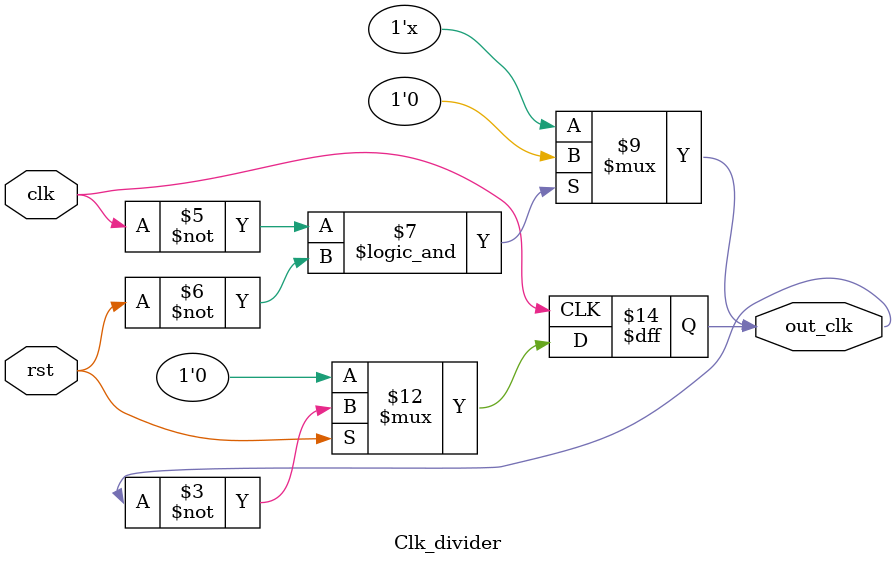
<source format=v>
/*******************************************************************
*
* Module: Clock_Divider.v
* Project: CSCE330_TermProject_MO
* Author: Mohamed Ashraf Taha - mohammedashraf@aucegypt.edu
          Omar Sherif Mahdy - omarmahdy122@aucegypt.edu
* Description: This module is used as a method to delay our stages so that it could be 2 instructions per cycle
*
* Change history: 04/29/20    - Implemented the clock divider
*                          
*                
**********************************************************************/
`timescale 1ns / 1ps
module Clk_divider( input clk ,rst, output reg out_clk );
always @(posedge clk)
begin
if (~rst)
     out_clk <= 1'b0;
else
     out_clk <= ~out_clk;	
end

always @(*)
begin
if(clk==0 && rst==0)
out_clk=0;
end

endmodule




</source>
